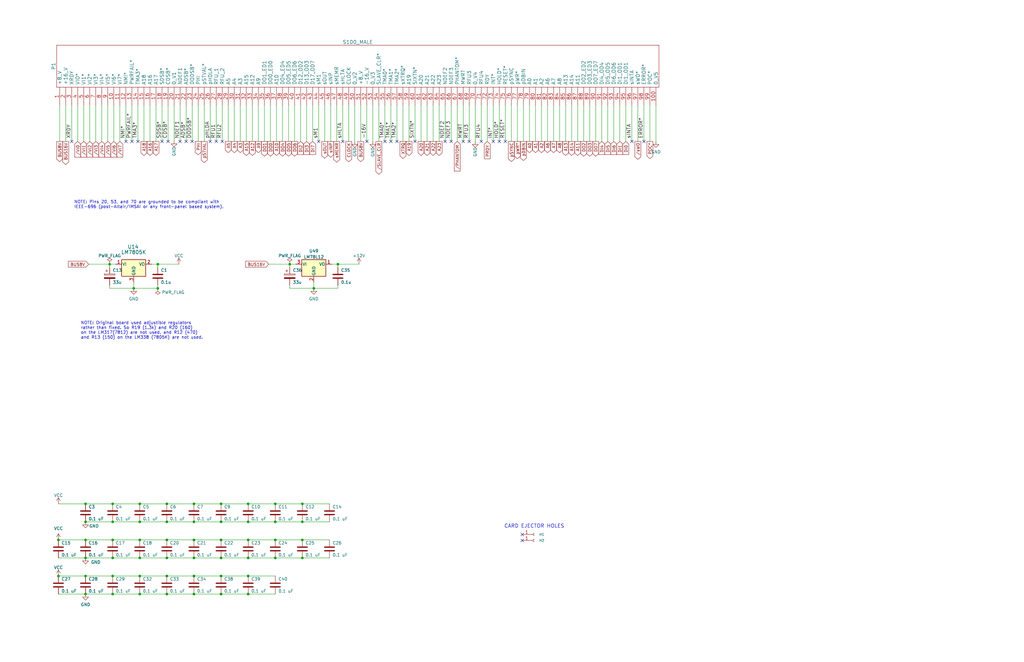
<source format=kicad_sch>
(kicad_sch (version 20211123) (generator eeschema)
  (paper "B")
  (title_block (title "Lomas Color Magic Redux") (date "2025-02-27") (rev "1.1-006") (company "Lomas Data Produtcs") (comment 1 "Redraw/modifications (c) Richard A. Cini"))
  (lib_symbols
    (symbol "Connector:Conn_01x01_Female" (pin_names (offset 1.016) hide)
      (property "Reference" "J" (at 0 2.54 0))
      (property "Value" "Conn_01x01_Female" (at 0 -2.54 0))
      (symbol "Conn_01x01_Female_1_1"
        (polyline (pts (xy -1.27 0) (xy -0.508 0)) (stroke (width 0.1524)))
        (arc (start 0 0.508) (mid -0.508 0) (end 0 -0.508) (stroke (width 0.1524)))
        (pin passive line (at -5.08 0 0) (length 3.81) (name "Pin_1") (number "1"))
      )
    )
    (symbol "Device:C" (pin_numbers hide) (pin_names (offset 0.254))
      (property "Reference" "C" (at 0.635 2.54 0))
      (property "Value" "C" (at 0.635 -2.54 0))
      (symbol "C_0_1"
        (polyline (pts (xy -2.032 -0.762) (xy 2.032 -0.762)) (stroke (width 0.508)))
        (polyline (pts (xy -2.032 0.762) (xy 2.032 0.762)) (stroke (width 0.508)))
      )
      (symbol "C_1_1"
        (pin passive line (at 0 3.81 270) (length 2.794) (name "~") (number "1"))
        (pin passive line (at 0 -3.81 90) (length 2.794) (name "~") (number "2"))
      )
    )
    (symbol "Device:C_Polarized" (pin_numbers hide) (pin_names (offset 0.254))
      (property "Reference" "C" (at 0.635 2.54 0))
      (property "Value" "C_Polarized" (at 0.635 -2.54 0))
      (symbol "C_Polarized_0_1"
        (rectangle (start -2.286 0.508) (end 2.286 1.016))
        (polyline (pts (xy -1.778 2.286) (xy -0.762 2.286)))
        (polyline (pts (xy -1.27 2.794) (xy -1.27 1.778)))
        (rectangle (start 2.286 -0.508) (end -2.286 -1.016) (fill (type outline)))
      )
      (symbol "C_Polarized_1_1"
        (pin passive line (at 0 3.81 270) (length 2.794) (name "~") (number "1"))
        (pin passive line (at 0 -3.81 90) (length 2.794) (name "~") (number "2"))
      )
    )
    (symbol "RAC_Custom:LM7805K" (pin_names (offset 0.254))
      (property "Reference" "U" (at -3.81 3.175 0))
      (property "Value" "LM7805K" (at 0 3.175 0))
      (symbol "LM7805K_0_1"
        (rectangle (start -5.08 1.905) (end 5.08 -5.08) (stroke (width 0.254)) (fill (type background)))
      )
      (symbol "LM7805K_1_1"
        (pin power_in line (at -7.62 0 0) (length 2.54) (name "VI") (number "1"))
        (pin power_out line (at 7.62 0 180) (length 2.54) (name "VO") (number "2"))
        (pin power_in line (at 0 -7.62 90) (length 2.54) (name "GND") (number "3"))
      )
    )
    (symbol "RAC_Custom:S100_MALE" (pin_names (offset 1.016))
      (property "Reference" "P" (at 0 128.27 0))
      (property "Value" "S100_MALE" (at 11.43 0 90))
      (symbol "S100_MALE_0_1"
        (rectangle (start -8.89 127) (end 8.89 -127))
      )
      (symbol "S100_MALE_1_1"
        (pin power_in line (at -16.51 125.73 0) (length 7.62) (name "+8_V") (number "1"))
        (pin bidirectional line (at -16.51 102.87 0) (length 7.62) (name "VI6*") (number "10"))
        (pin power_in line (at -16.51 -125.73 0) (length 7.62) (name "0_V5") (number "100"))
        (pin bidirectional line (at -16.51 100.33 0) (length 7.62) (name "VI7*") (number "11"))
        (pin bidirectional line (at -16.51 97.79 0) (length 7.62) (name "NMI*") (number "12"))
        (pin bidirectional line (at -16.51 95.25 0) (length 7.62) (name "PWRFAIL*") (number "13"))
        (pin bidirectional line (at -16.51 92.71 0) (length 7.62) (name "TMA3*") (number "14"))
        (pin bidirectional line (at -16.51 90.17 0) (length 7.62) (name "A18") (number "15"))
        (pin bidirectional line (at -16.51 87.63 0) (length 7.62) (name "A16") (number "16"))
        (pin bidirectional line (at -16.51 85.09 0) (length 7.62) (name "A17") (number "17"))
        (pin bidirectional line (at -16.51 82.55 0) (length 7.62) (name "SDSB*") (number "18"))
        (pin bidirectional line (at -16.51 80.01 0) (length 7.62) (name "CDSB*") (number "19"))
        (pin power_in line (at -16.51 123.19 0) (length 7.62) (name "+16_V") (number "2"))
        (pin bidirectional line (at -16.51 77.47 0) (length 7.62) (name "0_V1") (number "20"))
        (pin bidirectional line (at -16.51 74.93 0) (length 7.62) (name "NDEF1") (number "21"))
        (pin bidirectional line (at -16.51 72.39 0) (length 7.62) (name "ADSB*") (number "22"))
        (pin bidirectional line (at -16.51 69.85 0) (length 7.62) (name "DODSB*") (number "23"))
        (pin bidirectional line (at -16.51 67.31 0) (length 7.62) (name "PHI") (number "24"))
        (pin bidirectional line (at -16.51 64.77 0) (length 7.62) (name "pSTVAL*") (number "25"))
        (pin bidirectional line (at -16.51 62.23 0) (length 7.62) (name "pHDLA") (number "26"))
        (pin bidirectional line (at -16.51 59.69 0) (length 7.62) (name "RFU_1") (number "27"))
        (pin bidirectional line (at -16.51 57.15 0) (length 7.62) (name "RFU_2") (number "28"))
        (pin bidirectional line (at -16.51 54.61 0) (length 7.62) (name "A5") (number "29"))
        (pin bidirectional line (at -16.51 120.65 0) (length 7.62) (name "XRDY") (number "3"))
        (pin bidirectional line (at -16.51 52.07 0) (length 7.62) (name "A4") (number "30"))
        (pin bidirectional line (at -16.51 49.53 0) (length 7.62) (name "A3") (number "31"))
        (pin bidirectional line (at -16.51 46.99 0) (length 7.62) (name "A15") (number "32"))
        (pin bidirectional line (at -16.51 44.45 0) (length 7.62) (name "A12") (number "33"))
        (pin bidirectional line (at -16.51 41.91 0) (length 7.62) (name "A9") (number "34"))
        (pin bidirectional line (at -16.51 39.37 0) (length 7.62) (name "DO1_ED1") (number "35"))
        (pin bidirectional line (at -16.51 36.83 0) (length 7.62) (name "DO0_ED0") (number "36"))
        (pin bidirectional line (at -16.51 34.29 0) (length 7.62) (name "A10") (number "37"))
        (pin bidirectional line (at -16.51 31.75 0) (length 7.62) (name "DO4_ED4") (number "38"))
        (pin bidirectional line (at -16.51 29.21 0) (length 7.62) (name "DO5_ED5") (number "39"))
        (pin bidirectional line (at -16.51 118.11 0) (length 7.62) (name "VIO*") (number "4"))
        (pin bidirectional line (at -16.51 26.67 0) (length 7.62) (name "DO6_ED6") (number "40"))
        (pin bidirectional line (at -16.51 24.13 0) (length 7.62) (name "D12_OD2") (number "41"))
        (pin bidirectional line (at -16.51 21.59 0) (length 7.62) (name "D13_OD3") (number "42"))
        (pin bidirectional line (at -16.51 19.05 0) (length 7.62) (name "D17_OD7") (number "43"))
        (pin bidirectional line (at -16.51 16.51 0) (length 7.62) (name "sM1") (number "44"))
        (pin bidirectional line (at -16.51 13.97 0) (length 7.62) (name "sOUT") (number "45"))
        (pin bidirectional line (at -16.51 11.43 0) (length 7.62) (name "sINP") (number "46"))
        (pin bidirectional line (at -16.51 8.89 0) (length 7.62) (name "sMEMR") (number "47"))
        (pin bidirectional line (at -16.51 6.35 0) (length 7.62) (name "sHLTA") (number "48"))
        (pin bidirectional line (at -16.51 3.81 0) (length 7.62) (name "CLOCK") (number "49"))
        (pin bidirectional line (at -16.51 115.57 0) (length 7.62) (name "VI1*") (number "5"))
        (pin power_in line (at -16.51 1.27 0) (length 7.62) (name "0_V2") (number "50"))
        (pin power_in line (at -16.51 -1.27 0) (length 7.62) (name "+8_V") (number "51"))
        (pin power_in line (at -16.51 -3.81 0) (length 7.62) (name "-16_V") (number "52"))
        (pin bidirectional line (at -16.51 -6.35 0) (length 7.62) (name "0_V3") (number "53"))
        (pin bidirectional line (at -16.51 -8.89 0) (length 7.62) (name "SLAVE_CLR*") (number "54"))
        (pin bidirectional line (at -16.51 -11.43 0) (length 7.62) (name "TMA0*") (number "55"))
        (pin bidirectional line (at -16.51 -13.97 0) (length 7.62) (name "TMA1*") (number "56"))
        (pin bidirectional line (at -16.51 -16.51 0) (length 7.62) (name "TMA2*") (number "57"))
        (pin bidirectional line (at -16.51 -19.05 0) (length 7.62) (name "sXTRQ*") (number "58"))
        (pin bidirectional line (at -16.51 -21.59 0) (length 7.62) (name "A19") (number "59"))
        (pin bidirectional line (at -16.51 113.03 0) (length 7.62) (name "VI2*") (number "6"))
        (pin bidirectional line (at -16.51 -24.13 0) (length 7.62) (name "SIXTN*") (number "60"))
        (pin bidirectional line (at -16.51 -26.67 0) (length 7.62) (name "A20") (number "61"))
        (pin bidirectional line (at -16.51 -29.21 0) (length 7.62) (name "A21") (number "62"))
        (pin bidirectional line (at -16.51 -31.75 0) (length 7.62) (name "A22") (number "63"))
        (pin bidirectional line (at -16.51 -34.29 0) (length 7.62) (name "A23") (number "64"))
        (pin bidirectional line (at -16.51 -36.83 0) (length 7.62) (name "NDEF2") (number "65"))
        (pin bidirectional line (at -16.51 -39.37 0) (length 7.62) (name "NDEF3") (number "66"))
        (pin bidirectional line (at -16.51 -41.91 0) (length 7.62) (name "PHANTOM*") (number "67"))
        (pin bidirectional line (at -16.51 -44.45 0) (length 7.62) (name "MWRT") (number "68"))
        (pin bidirectional line (at -16.51 -46.99 0) (length 7.62) (name "RFU3") (number "69"))
        (pin bidirectional line (at -16.51 110.49 0) (length 7.62) (name "VI3*") (number "7"))
        (pin bidirectional line (at -16.51 -49.53 0) (length 7.62) (name "0_V4") (number "70"))
        (pin bidirectional line (at -16.51 -52.07 0) (length 7.62) (name "RFU4") (number "71"))
        (pin bidirectional line (at -16.51 -54.61 0) (length 7.62) (name "RDY") (number "72"))
        (pin bidirectional line (at -16.51 -57.15 0) (length 7.62) (name "INT*") (number "73"))
        (pin bidirectional line (at -16.51 -59.69 0) (length 7.62) (name "HOLD*") (number "74"))
        (pin bidirectional line (at -16.51 -62.23 0) (length 7.62) (name "RESET*") (number "75"))
        (pin bidirectional line (at -16.51 -64.77 0) (length 7.62) (name "pSYNC") (number "76"))
        (pin bidirectional line (at -16.51 -67.31 0) (length 7.62) (name "pWR*") (number "77"))
        (pin bidirectional line (at -16.51 -69.85 0) (length 7.62) (name "pDBIN") (number "78"))
        (pin bidirectional line (at -16.51 -72.39 0) (length 7.62) (name "A0") (number "79"))
        (pin bidirectional line (at -16.51 107.95 0) (length 7.62) (name "VI4*") (number "8"))
        (pin bidirectional line (at -16.51 -74.93 0) (length 7.62) (name "A1") (number "80"))
        (pin bidirectional line (at -16.51 -77.47 0) (length 7.62) (name "A2") (number "81"))
        (pin bidirectional line (at -16.51 -80.01 0) (length 7.62) (name "A6") (number "82"))
        (pin bidirectional line (at -16.51 -82.55 0) (length 7.62) (name "A7") (number "83"))
        (pin bidirectional line (at -16.51 -85.09 0) (length 7.62) (name "A8") (number "84"))
        (pin bidirectional line (at -16.51 -87.63 0) (length 7.62) (name "A13") (number "85"))
        (pin bidirectional line (at -16.51 -90.17 0) (length 7.62) (name "A14") (number "86"))
        (pin bidirectional line (at -16.51 -92.71 0) (length 7.62) (name "A11") (number "87"))
        (pin bidirectional line (at -16.51 -95.25 0) (length 7.62) (name "DO2_ED2") (number "88"))
        (pin bidirectional line (at -16.51 -97.79 0) (length 7.62) (name "DO3_ED3") (number "89"))
        (pin bidirectional line (at -16.51 105.41 0) (length 7.62) (name "VI5*") (number "9"))
        (pin bidirectional line (at -16.51 -100.33 0) (length 7.62) (name "DO7_ED7") (number "90"))
        (pin bidirectional line (at -16.51 -102.87 0) (length 7.62) (name "DI4_OD4") (number "91"))
        (pin bidirectional line (at -16.51 -105.41 0) (length 7.62) (name "DI5_OD5") (number "92"))
        (pin bidirectional line (at -16.51 -107.95 0) (length 7.62) (name "DI6_OD6") (number "93"))
        (pin bidirectional line (at -16.51 -110.49 0) (length 7.62) (name "DI1_OD1") (number "94"))
        (pin bidirectional line (at -16.51 -113.03 0) (length 7.62) (name "DI1_OD1") (number "95"))
        (pin bidirectional line (at -16.51 -115.57 0) (length 7.62) (name "sINTA") (number "96"))
        (pin bidirectional line (at -16.51 -118.11 0) (length 7.62) (name "sWO*") (number "97"))
        (pin bidirectional line (at -16.51 -120.65 0) (length 7.62) (name "ERROR*") (number "98"))
        (pin bidirectional line (at -16.51 -123.19 0) (length 7.62) (name "POC*") (number "99"))
      )
    )
    (symbol "Regulator_Linear:LM78L12_TO92" (pin_names (offset 0.254))
      (property "Reference" "U" (at -3.81 3.175 0))
      (property "Value" "LM78L12_TO92" (at 0 3.175 0))
      (symbol "LM78L12_TO92_0_1"
        (rectangle (start -5.08 -5.08) (end 5.08 1.905) (stroke (width 0.254)) (fill (type background)))
      )
      (symbol "LM78L12_TO92_1_1"
        (pin power_out line (at 7.62 0 180) (length 2.54) (name "VO") (number "1"))
        (pin power_in line (at 0 -7.62 90) (length 2.54) (name "GND") (number "2"))
        (pin power_in line (at -7.62 0 0) (length 2.54) (name "VI") (number "3"))
      )
    )
    (symbol "power:+12V" (power) (pin_names (offset 0))
      (property "Value" "+12V" (at 0 3.556 0))
      (symbol "+12V_0_1"
        (polyline (pts (xy -0.762 1.27) (xy 0 2.54)))
        (polyline (pts (xy 0 0) (xy 0 2.54)))
        (polyline (pts (xy 0 2.54) (xy 0.762 1.27)))
      )
      (symbol "+12V_1_1"
        (pin power_in line (at 0 0 90) (length 0) hide (name "+12V") (number "1"))
      )
    )
    (symbol "power:GND" (power) (pin_names (offset 0))
      (property "Value" "GND" (at 0 -3.81 0))
      (symbol "GND_0_1"
        (polyline (pts (xy 0 0) (xy 0 -1.27) (xy 1.27 -1.27) (xy 0 -2.54) (xy -1.27 -1.27) (xy 0 -1.27)))
      )
      (symbol "GND_1_1"
        (pin power_in line (at 0 0 270) (length 0) hide (name "GND") (number "1"))
      )
    )
    (symbol "power:PWR_FLAG" (power) (pin_numbers hide) (pin_names (offset 0) hide)
      (property "Value" "PWR_FLAG" (at 0 3.81 0))
      (symbol "PWR_FLAG_0_0"
        (pin power_out line (at 0 0 90) (length 0) (name "pwr") (number "1"))
      )
      (symbol "PWR_FLAG_0_1"
        (polyline (pts (xy 0 0) (xy 0 1.27) (xy -1.016 1.905) (xy 0 2.54) (xy 1.016 1.905) (xy 0 1.27)))
      )
    )
    (symbol "power:VCC" (power) (pin_names (offset 0))
      (property "Value" "VCC" (at 0 3.81 0))
      (symbol "VCC_0_1"
        (polyline (pts (xy -0.762 1.27) (xy 0 2.54)))
        (polyline (pts (xy 0 0) (xy 0 2.54)))
        (polyline (pts (xy 0 2.54) (xy 0.762 1.27)))
      )
      (symbol "VCC_1_1"
        (pin power_in line (at 0 0 90) (length 0) hide (name "VCC") (number "1"))
      )
    )
  )
  (junction (at 36.068 212.598))
  (junction (at 132.334 121.666))
  (junction (at 47.498 250.698))
  (junction (at 116.078 235.458))
  (junction (at 36.068 227.838))
  (junction (at 127.508 212.598))
  (junction (at 66.548 121.666))
  (junction (at 127.508 220.218))
  (junction (at 36.068 243.078))
  (junction (at 66.548 111.506))
  (junction (at 93.218 227.838))
  (junction (at 127.508 235.458))
  (junction (at 47.498 220.218))
  (junction (at 58.928 243.078))
  (junction (at 104.648 243.078))
  (junction (at 56.388 121.666))
  (junction (at 104.648 250.698))
  (junction (at 47.498 235.458))
  (junction (at 36.068 220.218))
  (junction (at 93.218 220.218))
  (junction (at 70.358 243.078))
  (junction (at 70.358 220.218))
  (junction (at 58.928 235.458))
  (junction (at 116.078 227.838))
  (junction (at 46.228 111.506))
  (junction (at 122.174 111.506))
  (junction (at 70.358 212.598))
  (junction (at 58.928 220.218))
  (junction (at 58.928 212.598))
  (junction (at 93.218 212.598))
  (junction (at 47.498 227.838))
  (junction (at 93.218 235.458))
  (junction (at 142.494 111.506))
  (junction (at 127.508 227.838))
  (junction (at 70.358 227.838))
  (junction (at 24.638 243.078))
  (junction (at 47.498 212.598))
  (junction (at 81.788 212.598))
  (junction (at 81.788 235.458))
  (junction (at 81.788 220.218))
  (junction (at 58.928 227.838))
  (junction (at 116.078 212.598))
  (junction (at 58.928 250.698))
  (junction (at 116.078 220.218))
  (junction (at 81.788 227.838))
  (junction (at 104.648 235.458))
  (junction (at 104.648 227.838))
  (junction (at 81.788 243.078))
  (junction (at 104.648 220.218))
  (junction (at 47.498 243.078))
  (junction (at 104.648 212.598))
  (junction (at 93.218 243.078))
  (junction (at 70.358 235.458))
  (junction (at 36.068 235.458))
  (junction (at 81.788 250.698))
  (junction (at 93.218 250.698))
  (junction (at 36.068 250.698))
  (junction (at 24.638 227.838))
  (junction (at 70.358 250.698))
  (no_connect (at 144.526 59.69))
  (no_connect (at 187.706 59.69))
  (no_connect (at 134.366 59.69))
  (no_connect (at 88.646 59.69))
  (no_connect (at 93.726 59.69))
  (no_connect (at 266.446 59.69))
  (no_connect (at 68.326 59.69))
  (no_connect (at 162.306 59.69))
  (no_connect (at 154.686 59.69))
  (no_connect (at 220.218 225.552))
  (no_connect (at 213.106 59.69))
  (no_connect (at 208.026 59.69))
  (no_connect (at 81.026 59.69))
  (no_connect (at 220.218 228.092))
  (no_connect (at 78.486 59.69))
  (no_connect (at 75.946 59.69))
  (no_connect (at 190.246 59.69))
  (no_connect (at 210.566 59.69))
  (no_connect (at 55.626 59.69))
  (no_connect (at 58.166 59.69))
  (no_connect (at 195.326 59.69))
  (no_connect (at 167.386 59.69))
  (no_connect (at 164.846 59.69))
  (no_connect (at 197.866 59.69))
  (no_connect (at 70.866 59.69))
  (no_connect (at 271.526 59.69))
  (no_connect (at 202.946 59.69))
  (no_connect (at 30.226 59.69))
  (no_connect (at 53.086 59.69))
  (no_connect (at 175.006 59.69))
  (no_connect (at 91.186 59.69))
  (wire (pts (xy 238.506 59.69) (xy 238.506 44.45)))
  (wire (pts (xy 205.486 59.69) (xy 205.486 44.45)))
  (wire (pts (xy 66.548 111.506) (xy 75.438 111.506)))
  (wire (pts (xy 258.826 59.69) (xy 258.826 44.45)))
  (wire (pts (xy 93.218 212.598) (xy 104.648 212.598)))
  (wire (pts (xy 46.228 120.396) (xy 46.228 121.666)))
  (wire (pts (xy 147.066 59.69) (xy 147.066 44.45)))
  (wire (pts (xy 210.566 59.69) (xy 210.566 44.45)))
  (wire (pts (xy 101.346 59.69) (xy 101.346 44.45)))
  (wire (pts (xy 24.638 243.078) (xy 36.068 243.078)))
  (wire (pts (xy 248.666 59.69) (xy 248.666 44.45)))
  (wire (pts (xy 185.166 59.69) (xy 185.166 44.45)))
  (wire (pts (xy 36.068 243.078) (xy 47.498 243.078)))
  (wire (pts (xy 142.494 112.776) (xy 142.494 111.506)))
  (wire (pts (xy 58.928 220.218) (xy 70.358 220.218)))
  (wire (pts (xy 70.358 220.218) (xy 81.788 220.218)))
  (wire (pts (xy 116.078 227.838) (xy 127.508 227.838)))
  (wire (pts (xy 251.206 59.69) (xy 251.206 44.45)))
  (wire (pts (xy 36.068 220.218) (xy 47.498 220.218)))
  (wire (pts (xy 93.726 59.69) (xy 93.726 44.45)))
  (wire (pts (xy 48.006 59.69) (xy 48.006 44.45)))
  (wire (pts (xy 116.586 59.69) (xy 116.586 44.45)))
  (wire (pts (xy 70.358 235.458) (xy 81.788 235.458)))
  (wire (pts (xy 268.986 59.69) (xy 268.986 44.45)))
  (wire (pts (xy 93.218 235.458) (xy 104.648 235.458)))
  (wire (pts (xy 36.068 235.458) (xy 47.498 235.458)))
  (wire (pts (xy 253.746 59.69) (xy 253.746 44.45)))
  (wire (pts (xy 91.186 59.69) (xy 91.186 44.45)))
  (wire (pts (xy 93.218 243.078) (xy 104.648 243.078)))
  (wire (pts (xy 274.066 59.69) (xy 274.066 44.45)))
  (wire (pts (xy 116.078 235.458) (xy 127.508 235.458)))
  (wire (pts (xy 58.928 243.078) (xy 70.358 243.078)))
  (wire (pts (xy 68.326 59.69) (xy 68.326 44.45)))
  (wire (pts (xy 235.966 59.69) (xy 235.966 44.45)))
  (wire (pts (xy 81.788 243.078) (xy 93.218 243.078)))
  (wire (pts (xy 192.786 59.69) (xy 192.786 44.45)))
  (wire (pts (xy 141.986 59.69) (xy 141.986 44.45)))
  (wire (pts (xy 276.606 44.45) (xy 276.606 59.69)))
  (wire (pts (xy 261.366 59.69) (xy 261.366 44.45)))
  (wire (pts (xy 127.508 220.218) (xy 138.938 220.218)))
  (wire (pts (xy 228.346 59.69) (xy 228.346 44.45)))
  (wire (pts (xy 126.746 59.69) (xy 126.746 44.45)))
  (wire (pts (xy 144.526 59.69) (xy 144.526 44.45)))
  (wire (pts (xy 218.186 59.69) (xy 218.186 44.45)))
  (wire (pts (xy 47.498 250.698) (xy 58.928 250.698)))
  (wire (pts (xy 129.286 59.69) (xy 129.286 44.45)))
  (wire (pts (xy 81.026 59.69) (xy 81.026 44.45)))
  (wire (pts (xy 104.648 212.598) (xy 116.078 212.598)))
  (wire (pts (xy 157.226 44.45) (xy 157.226 59.69)))
  (wire (pts (xy 119.126 59.69) (xy 119.126 44.45)))
  (wire (pts (xy 215.646 59.69) (xy 215.646 44.45)))
  (wire (pts (xy 104.648 235.458) (xy 116.078 235.458)))
  (wire (pts (xy 70.358 212.598) (xy 81.788 212.598)))
  (wire (pts (xy 83.566 59.69) (xy 83.566 44.45)))
  (wire (pts (xy 241.046 59.69) (xy 241.046 44.45)))
  (wire (pts (xy 127.508 235.458) (xy 138.938 235.458)))
  (wire (pts (xy 175.006 59.69) (xy 175.006 44.45)))
  (wire (pts (xy 159.766 59.69) (xy 159.766 44.45)))
  (wire (pts (xy 58.928 250.698) (xy 70.358 250.698)))
  (wire (pts (xy 271.526 59.69) (xy 271.526 44.45)))
  (wire (pts (xy 169.926 59.69) (xy 169.926 44.45)))
  (wire (pts (xy 70.358 243.078) (xy 81.788 243.078)))
  (wire (pts (xy 111.506 59.69) (xy 111.506 44.45)))
  (wire (pts (xy 37.338 111.506) (xy 46.228 111.506)))
  (wire (pts (xy 36.068 212.598) (xy 47.498 212.598)))
  (wire (pts (xy 167.386 59.69) (xy 167.386 44.45)))
  (wire (pts (xy 124.206 59.69) (xy 124.206 44.45)))
  (wire (pts (xy 246.126 59.69) (xy 246.126 44.45)))
  (wire (pts (xy 113.284 111.506) (xy 122.174 111.506)))
  (wire (pts (xy 86.106 59.69) (xy 86.106 44.45)))
  (wire (pts (xy 47.498 220.218) (xy 58.928 220.218)))
  (wire (pts (xy 139.446 59.69) (xy 139.446 44.45)))
  (wire (pts (xy 104.648 250.698) (xy 116.078 250.698)))
  (wire (pts (xy 36.068 227.838) (xy 47.498 227.838)))
  (wire (pts (xy 134.366 59.69) (xy 134.366 44.45)))
  (wire (pts (xy 195.326 59.69) (xy 195.326 44.45)))
  (wire (pts (xy 36.068 250.698) (xy 47.498 250.698)))
  (wire (pts (xy 114.046 59.69) (xy 114.046 44.45)))
  (wire (pts (xy 66.548 120.396) (xy 66.548 121.666)))
  (wire (pts (xy 81.788 220.218) (xy 93.218 220.218)))
  (wire (pts (xy 180.086 59.69) (xy 180.086 44.45)))
  (wire (pts (xy 81.788 227.838) (xy 93.218 227.838)))
  (wire (pts (xy 56.388 119.126) (xy 56.388 121.666)))
  (wire (pts (xy 93.218 220.218) (xy 104.648 220.218)))
  (wire (pts (xy 46.228 121.666) (xy 56.388 121.666)))
  (wire (pts (xy 56.388 121.666) (xy 66.548 121.666)))
  (wire (pts (xy 60.706 59.69) (xy 60.706 44.45)))
  (wire (pts (xy 42.926 59.69) (xy 42.926 44.45)))
  (wire (pts (xy 63.246 59.69) (xy 63.246 44.45)))
  (wire (pts (xy 104.648 227.838) (xy 116.078 227.838)))
  (wire (pts (xy 142.494 111.506) (xy 151.384 111.506)))
  (wire (pts (xy 132.334 121.666) (xy 142.494 121.666)))
  (wire (pts (xy 75.946 59.69) (xy 75.946 44.45)))
  (wire (pts (xy 104.648 243.078) (xy 116.078 243.078)))
  (wire (pts (xy 30.226 59.69) (xy 30.226 44.45)))
  (wire (pts (xy 35.306 59.69) (xy 35.306 44.45)))
  (wire (pts (xy 93.218 227.838) (xy 104.648 227.838)))
  (wire (pts (xy 139.954 111.506) (xy 142.494 111.506)))
  (wire (pts (xy 81.788 212.598) (xy 93.218 212.598)))
  (wire (pts (xy 116.078 220.218) (xy 127.508 220.218)))
  (wire (pts (xy 78.486 59.69) (xy 78.486 44.45)))
  (wire (pts (xy 225.806 59.69) (xy 225.806 44.45)))
  (wire (pts (xy 25.146 59.69) (xy 25.146 44.45)))
  (wire (pts (xy 233.426 59.69) (xy 233.426 44.45)))
  (wire (pts (xy 190.246 59.69) (xy 190.246 44.45)))
  (wire (pts (xy 96.266 59.69) (xy 96.266 44.45)))
  (wire (pts (xy 200.406 44.45) (xy 200.406 59.69)))
  (wire (pts (xy 47.498 227.838) (xy 58.928 227.838)))
  (wire (pts (xy 24.638 235.458) (xy 36.068 235.458)))
  (wire (pts (xy 37.846 59.69) (xy 37.846 44.45)))
  (wire (pts (xy 122.174 112.776) (xy 122.174 111.506)))
  (wire (pts (xy 127.508 212.598) (xy 138.938 212.598)))
  (wire (pts (xy 55.626 59.69) (xy 55.626 44.45)))
  (wire (pts (xy 164.846 59.69) (xy 164.846 44.45)))
  (wire (pts (xy 98.806 59.69) (xy 98.806 44.45)))
  (wire (pts (xy 53.086 59.69) (xy 53.086 44.45)))
  (wire (pts (xy 136.906 59.69) (xy 136.906 44.45)))
  (wire (pts (xy 24.638 227.838) (xy 36.068 227.838)))
  (wire (pts (xy 47.498 212.598) (xy 58.928 212.598)))
  (wire (pts (xy 149.606 59.69) (xy 149.606 44.45)))
  (wire (pts (xy 131.826 59.69) (xy 131.826 44.45)))
  (wire (pts (xy 223.266 59.69) (xy 223.266 44.45)))
  (wire (pts (xy 220.726 59.69) (xy 220.726 44.45)))
  (wire (pts (xy 88.646 59.69) (xy 88.646 44.45)))
  (wire (pts (xy 58.928 212.598) (xy 70.358 212.598)))
  (wire (pts (xy 65.786 59.69) (xy 65.786 44.45)))
  (wire (pts (xy 104.648 220.218) (xy 116.078 220.218)))
  (wire (pts (xy 70.358 250.698) (xy 81.788 250.698)))
  (wire (pts (xy 132.334 121.666) (xy 132.334 119.126)))
  (wire (pts (xy 182.626 59.69) (xy 182.626 44.45)))
  (wire (pts (xy 187.706 59.69) (xy 187.706 44.45)))
  (wire (pts (xy 70.866 59.69) (xy 70.866 44.45)))
  (wire (pts (xy 122.174 121.666) (xy 132.334 121.666)))
  (wire (pts (xy 263.906 59.69) (xy 263.906 44.45)))
  (wire (pts (xy 213.106 59.69) (xy 213.106 44.45)))
  (wire (pts (xy 40.386 59.69) (xy 40.386 44.45)))
  (wire (pts (xy 50.546 59.69) (xy 50.546 44.45)))
  (wire (pts (xy 24.638 250.698) (xy 36.068 250.698)))
  (wire (pts (xy 103.886 59.69) (xy 103.886 44.45)))
  (wire (pts (xy 122.174 120.396) (xy 122.174 121.666)))
  (wire (pts (xy 142.494 120.396) (xy 142.494 121.666)))
  (wire (pts (xy 256.286 59.69) (xy 256.286 44.45)))
  (wire (pts (xy 127.508 227.838) (xy 138.938 227.838)))
  (wire (pts (xy 24.638 212.598) (xy 36.068 212.598)))
  (wire (pts (xy 202.946 59.69) (xy 202.946 44.45)))
  (wire (pts (xy 32.766 59.69) (xy 32.766 44.45)))
  (wire (pts (xy 46.228 111.506) (xy 48.768 111.506)))
  (wire (pts (xy 45.466 59.69) (xy 45.466 44.45)))
  (wire (pts (xy 27.686 59.69) (xy 27.686 44.45)))
  (wire (pts (xy 73.406 44.45) (xy 73.406 59.436)))
  (wire (pts (xy 197.866 59.69) (xy 197.866 44.45)))
  (wire (pts (xy 58.928 235.458) (xy 70.358 235.458)))
  (wire (pts (xy 70.358 227.838) (xy 81.788 227.838)))
  (wire (pts (xy 46.228 111.506) (xy 46.228 112.776)))
  (wire (pts (xy 58.166 59.69) (xy 58.166 44.45)))
  (wire (pts (xy 152.146 59.69) (xy 152.146 44.45)))
  (wire (pts (xy 172.466 59.69) (xy 172.466 44.45)))
  (wire (pts (xy 243.586 59.69) (xy 243.586 44.45)))
  (wire (pts (xy 106.426 59.69) (xy 106.426 44.45)))
  (wire (pts (xy 66.548 111.506) (xy 66.548 112.776)))
  (wire (pts (xy 64.008 111.506) (xy 66.548 111.506)))
  (wire (pts (xy 47.498 243.078) (xy 58.928 243.078)))
  (wire (pts (xy 266.446 59.69) (xy 266.446 44.45)))
  (wire (pts (xy 122.174 111.506) (xy 124.714 111.506)))
  (wire (pts (xy 162.306 59.69) (xy 162.306 44.45)))
  (wire (pts (xy 116.078 212.598) (xy 127.508 212.598)))
  (wire (pts (xy 108.966 59.69) (xy 108.966 44.45)))
  (wire (pts (xy 121.666 59.69) (xy 121.666 44.45)))
  (wire (pts (xy 81.788 250.698) (xy 93.218 250.698)))
  (wire (pts (xy 177.546 59.69) (xy 177.546 44.45)))
  (wire (pts (xy 47.498 235.458) (xy 58.928 235.458)))
  (wire (pts (xy 230.886 59.69) (xy 230.886 44.45)))
  (wire (pts (xy 154.686 44.45) (xy 154.686 59.69)))
  (wire (pts (xy 58.928 227.838) (xy 70.358 227.838)))
  (wire (pts (xy 208.026 59.69) (xy 208.026 44.45)))
  (wire (pts (xy 93.218 250.698) (xy 104.648 250.698)))
  (wire (pts (xy 81.788 235.458) (xy 93.218 235.458)))
  (text "CARD EJECTOR HOLES" (at 212.598 223.012 0) (effects (font (size 1.524 1.524)) (justify left bottom)))
  (text "NOTE: Original board used adjustible regulators\nrather than fixed. So R19 (1.3k) and R20 (160) \non the LM317(7812) are not used, and R12 (470)\nand R13 (150) on the LM338 (7805K) are not used.\n" (at 34.036 143.256 0) (effects (font (size 1.27 1.27)) (justify left bottom)))
  (text "NOTE: Pins 20, 53, and 70 are grounded to be compliant with\nIEEE-696 (post-Altair/IMSAI or any front-panel based system)." (at 31.242 88.138 0) (effects (font (size 1.27 1.27)) (justify left bottom)))
  (label "RFU2" (at 93.726 58.42 90) (effects (font (size 1.524 1.524))))
  (label "NMI*" (at 53.086 58.42 90) (effects (font (size 1.524 1.524))))
  (label "SDSB*" (at 68.326 58.42 90) (effects (font (size 1.524 1.524))))
  (label "NDEF2" (at 187.706 58.42 90) (effects (font (size 1.524 1.524))))
  (label "sM1" (at 134.366 58.42 90) (effects (font (size 1.524 1.524))))
  (label "CDSB*" (at 70.866 58.42 90) (effects (font (size 1.524 1.524))))
  (label "MWRT" (at 195.326 58.42 90) (effects (font (size 1.524 1.524))))
  (label "XRDY" (at 30.226 58.42 90) (effects (font (size 1.524 1.524))))
  (label "RFU3" (at 197.866 58.42 90) (effects (font (size 1.524 1.524))))
  (label "TMA2*" (at 167.386 58.42 90) (effects (font (size 1.524 1.524))))
  (label "INT*" (at 208.026 58.42 90) (effects (font (size 1.524 1.524))))
  (label "TMA3*" (at 58.166 58.42 90) (effects (font (size 1.524 1.524))))
  (label "RFU4" (at 202.946 58.42 90) (effects (font (size 1.524 1.524))))
  (label "pHLDA" (at 88.646 58.42 90) (effects (font (size 1.524 1.524))))
  (label "ERROR*" (at 271.526 58.42 90) (effects (font (size 1.524 1.524))))
  (label "NDEF3" (at 190.246 58.42 90) (effects (font (size 1.524 1.524))))
  (label "DODSB*" (at 81.026 58.42 90) (effects (font (size 1.524 1.524))))
  (label "TMA0*" (at 162.306 58.42 90) (effects (font (size 1.524 1.524))))
  (label "RFU1" (at 91.186 58.42 90) (effects (font (size 1.524 1.524))))
  (label "SIXTN*" (at 175.006 58.42 90) (effects (font (size 1.524 1.524))))
  (label "NDEF1" (at 75.946 58.42 90) (effects (font (size 1.524 1.524))))
  (label "sINTA" (at 266.446 58.42 90) (effects (font (size 1.524 1.524))))
  (label "HOLD*" (at 210.566 58.42 90) (effects (font (size 1.524 1.524))))
  (label "RESET*" (at 213.106 58.42 90) (effects (font (size 1.524 1.524))))
  (label "TMA1*" (at 164.846 58.42 90) (effects (font (size 1.524 1.524))))
  (label "ADSB*" (at 78.486 58.42 90) (effects (font (size 1.524 1.524))))
  (label "PWRFAIL*" (at 55.626 58.42 90) (effects (font (size 1.524 1.524))))
  (label "sHLTA" (at 144.526 58.42 90) (effects (font (size 1.524 1.524))))
  (label "-16V" (at 154.686 58.42 90) (effects (font (size 1.524 1.524))))
  (global_label "sOUT" (shape output) (at 136.906 59.69 270) (property "Intersheet References" "${INTERSHEET_REFS}" (effects hide)))
  (global_label "DO7" (shape output) (at 251.206 59.69 270) (property "Intersheet References" "${INTERSHEET_REFS}" (effects hide)))
  (global_label "A1" (shape output) (at 225.806 59.69 270) (property "Intersheet References" "${INTERSHEET_REFS}" (effects hide)))
  (global_label "BUS8V" (shape output) (at 25.146 59.69 270) (property "Intersheet References" "${INTERSHEET_REFS}" (effects hide)))
  (global_label "DO1" (shape output) (at 111.506 59.69 270) (property "Intersheet References" "${INTERSHEET_REFS}" (effects hide)))
  (global_label "A2" (shape output) (at 228.346 59.69 270) (property "Intersheet References" "${INTERSHEET_REFS}" (effects hide)))
  (global_label "DI7" (shape input) (at 131.826 59.69 270) (property "Intersheet References" "${INTERSHEET_REFS}" (effects hide)))
  (global_label "A23" (shape output) (at 185.166 59.69 270) (property "Intersheet References" "${INTERSHEET_REFS}" (effects hide)))
  (global_label "DI3" (shape input) (at 129.286 59.69 270) (property "Intersheet References" "${INTERSHEET_REFS}" (effects hide)))
  (global_label "{slash}SLAVE_CLR" (shape output) (at 159.766 59.69 270) (property "Intersheet References" "${INTERSHEET_REFS}" (effects hide)))
  (global_label "XTRQ" (shape output) (at 169.926 59.69 270) (property "Intersheet References" "${INTERSHEET_REFS}" (effects hide)))
  (global_label "DO4" (shape output) (at 119.126 59.69 270) (property "Intersheet References" "${INTERSHEET_REFS}" (effects hide)))
  (global_label "sINP" (shape output) (at 139.446 59.69 270) (property "Intersheet References" "${INTERSHEET_REFS}" (effects hide)))
  (global_label "A9" (shape output) (at 108.966 59.69 270) (property "Intersheet References" "${INTERSHEET_REFS}" (effects hide)))
  (global_label "A13" (shape output) (at 238.506 59.69 270) (property "Intersheet References" "${INTERSHEET_REFS}" (effects hide)))
  (global_label "pSTVAL" (shape output) (at 86.106 59.69 270) (property "Intersheet References" "${INTERSHEET_REFS}" (effects hide)))
  (global_label "DI4" (shape input) (at 253.746 59.69 270) (property "Intersheet References" "${INTERSHEET_REFS}" (effects hide)))
  (global_label "DO2" (shape output) (at 246.126 59.69 270) (property "Intersheet References" "${INTERSHEET_REFS}" (effects hide)))
  (global_label "A19" (shape output) (at 172.466 59.69 270) (property "Intersheet References" "${INTERSHEET_REFS}" (effects hide)))
  (global_label "A20" (shape output) (at 177.546 59.69 270) (property "Intersheet References" "${INTERSHEET_REFS}" (effects hide)))
  (global_label "A7" (shape output) (at 233.426 59.69 270) (property "Intersheet References" "${INTERSHEET_REFS}" (effects hide)))
  (global_label "DO5" (shape output) (at 121.666 59.69 270) (property "Intersheet References" "${INTERSHEET_REFS}" (effects hide)))
  (global_label "BUS8V" (shape input) (at 37.338 111.506 180) (property "Intersheet References" "${INTERSHEET_REFS}" (effects hide)))
  (global_label "{slash}VI7" (shape input) (at 50.546 59.69 270) (property "Intersheet References" "${INTERSHEET_REFS}" (effects hide)))
  (global_label "A12" (shape output) (at 106.426 59.69 270) (property "Intersheet References" "${INTERSHEET_REFS}" (effects hide)))
  (global_label "PRDY" (shape input) (at 205.486 59.69 270) (property "Intersheet References" "${INTERSHEET_REFS}" (effects hide)))
  (global_label "A3" (shape output) (at 101.346 59.69 270) (property "Intersheet References" "${INTERSHEET_REFS}" (effects hide)))
  (global_label "{slash}VI6" (shape input) (at 48.006 59.69 270) (property "Intersheet References" "${INTERSHEET_REFS}" (effects hide)))
  (global_label "CLOCK" (shape output) (at 147.066 59.69 270) (property "Intersheet References" "${INTERSHEET_REFS}" (effects hide)))
  (global_label "A11" (shape output) (at 243.586 59.69 270) (property "Intersheet References" "${INTERSHEET_REFS}" (effects hide)))
  (global_label "POC*" (shape output) (at 274.066 59.69 270) (property "Intersheet References" "${INTERSHEET_REFS}" (effects hide)))
  (global_label "A14" (shape output) (at 241.046 59.69 270) (property "Intersheet References" "${INTERSHEET_REFS}" (effects hide)))
  (global_label "BUS8V" (shape output) (at 152.146 59.69 270) (property "Intersheet References" "${INTERSHEET_REFS}" (effects hide)))
  (global_label "pDBIN" (shape output) (at 220.726 59.69 270) (property "Intersheet References" "${INTERSHEET_REFS}" (effects hide)))
  (global_label "A5" (shape output) (at 96.266 59.69 270) (property "Intersheet References" "${INTERSHEET_REFS}" (effects hide)))
  (global_label "A15" (shape output) (at 103.886 59.69 270) (property "Intersheet References" "${INTERSHEET_REFS}" (effects hide)))
  (global_label "{slash}VI1" (shape input) (at 35.306 59.69 270) (property "Intersheet References" "${INTERSHEET_REFS}" (effects hide)))
  (global_label "{slash}VI3" (shape input) (at 40.386 59.69 270) (property "Intersheet References" "${INTERSHEET_REFS}" (effects hide)))
  (global_label "{slash}VI2" (shape input) (at 37.846 59.69 270) (property "Intersheet References" "${INTERSHEET_REFS}" (effects hide)))
  (global_label "DI0" (shape input) (at 263.906 59.69 270) (property "Intersheet References" "${INTERSHEET_REFS}" (effects hide)))
  (global_label "DO3" (shape output) (at 248.666 59.69 270) (property "Intersheet References" "${INTERSHEET_REFS}" (effects hide)))
  (global_label "A0" (shape output) (at 223.266 59.69 270) (property "Intersheet References" "${INTERSHEET_REFS}" (effects hide)))
  (global_label "A8" (shape output) (at 235.966 59.69 270) (property "Intersheet References" "${INTERSHEET_REFS}" (effects hide)))
  (global_label "A6" (shape output) (at 230.886 59.69 270) (property "Intersheet References" "${INTERSHEET_REFS}" (effects hide)))
  (global_label "DI5" (shape input) (at 256.286 59.69 270) (property "Intersheet References" "${INTERSHEET_REFS}" (effects hide)))
  (global_label "pWR*" (shape output) (at 218.186 59.69 270) (property "Intersheet References" "${INTERSHEET_REFS}" (effects hide)))
  (global_label "DI1" (shape input) (at 261.366 59.69 270) (property "Intersheet References" "${INTERSHEET_REFS}" (effects hide)))
  (global_label "{slash}VI4" (shape input) (at 42.926 59.69 270) (property "Intersheet References" "${INTERSHEET_REFS}" (effects hide)))
  (global_label "A16" (shape output) (at 63.246 59.69 270) (property "Intersheet References" "${INTERSHEET_REFS}" (effects hide)))
  (global_label "A22" (shape output) (at 182.626 59.69 270) (property "Intersheet References" "${INTERSHEET_REFS}" (effects hide)))
  (global_label "A21" (shape output) (at 180.086 59.69 270) (property "Intersheet References" "${INTERSHEET_REFS}" (effects hide)))
  (global_label "A10" (shape output) (at 116.586 59.69 270) (property "Intersheet References" "${INTERSHEET_REFS}" (effects hide)))
  (global_label "BUS16V" (shape output) (at 27.686 59.69 270) (property "Intersheet References" "${INTERSHEET_REFS}" (effects hide)))
  (global_label "A18" (shape output) (at 60.706 59.69 270) (property "Intersheet References" "${INTERSHEET_REFS}" (effects hide)))
  (global_label "A17" (shape output) (at 65.786 59.69 270) (property "Intersheet References" "${INTERSHEET_REFS}" (effects hide)))
  (global_label "A4" (shape output) (at 98.806 59.69 270) (property "Intersheet References" "${INTERSHEET_REFS}" (effects hide)))
  (global_label "DI6" (shape input) (at 258.826 59.69 270) (property "Intersheet References" "${INTERSHEET_REFS}" (effects hide)))
  (global_label "pSYNC" (shape output) (at 215.646 59.69 270) (property "Intersheet References" "${INTERSHEET_REFS}" (effects hide)))
  (global_label "sMEMR" (shape output) (at 141.986 59.69 270) (property "Intersheet References" "${INTERSHEET_REFS}" (effects hide)))
  (global_label "DO6" (shape output) (at 124.206 59.69 270) (property "Intersheet References" "${INTERSHEET_REFS}" (effects hide)))
  (global_label "PHI" (shape output) (at 83.566 59.69 270) (property "Intersheet References" "${INTERSHEET_REFS}" (effects hide)))
  (global_label "{slash}sWO" (shape output) (at 268.986 59.69 270) (property "Intersheet References" "${INTERSHEET_REFS}" (effects hide)))
  (global_label "DI2" (shape input) (at 126.746 59.69 270) (property "Intersheet References" "${INTERSHEET_REFS}" (effects hide)))
  (global_label "{slash}PHANTOM" (shape input) (at 192.786 59.69 270) (property "Intersheet References" "${INTERSHEET_REFS}" (effects hide)))
  (global_label "{slash}VI5" (shape input) (at 45.466 59.69 270) (property "Intersheet References" "${INTERSHEET_REFS}" (effects hide)))
  (global_label "{slash}VI0" (shape input) (at 32.766 59.69 270) (property "Intersheet References" "${INTERSHEET_REFS}" (effects hide)))
  (global_label "BUS16V" (shape input) (at 113.284 111.506 180) (property "Intersheet References" "${INTERSHEET_REFS}" (effects hide)))
  (global_label "DO0" (shape output) (at 114.046 59.69 270) (property "Intersheet References" "${INTERSHEET_REFS}" (effects hide)))
  (symbol (lib_id "RAC_Custom:LM7805K") (at 56.388 111.506 0) (unit 1)
    (property "Reference" "U14" (at 56.134 104.14 0) (effects (font (size 1.524 1.524))))
    (property "Value" "LM7805K" (at 56.388 106.426 0) (effects (font (size 1.524 1.524))))
    (property "Footprint" "Package_TO_SOT_THT:TO-3" (effects hide))
    (property "Datasheet" "https://www.onsemi.cn/PowerSolutions/document/MC7800-D.PDF" (effects hide))
  )
  (symbol (lib_id "Device:C") (at 36.068 246.888 0) (unit 1)
    (property "Reference" "C28" (at 37.338 244.348 0) (effects (justify left)))
    (property "Value" "0.1 uF" (at 37.338 249.428 0) (effects (justify left)))
    (property "Footprint" "Capacitor_THT:C_Disc_D4.3mm_W1.9mm_P5.00mm" (effects hide))
  )
  (symbol (lib_id "Device:C") (at 116.078 231.648 0) (unit 1)
    (property "Reference" "C24" (at 117.348 229.108 0) (effects (justify left)))
    (property "Value" "0.1 uF" (at 117.348 234.188 0) (effects (justify left)))
    (property "Footprint" "Capacitor_THT:C_Disc_D4.3mm_W1.9mm_P5.00mm" (effects hide))
  )
  (symbol (lib_id "Device:C") (at 58.928 216.408 0) (unit 1)
    (property "Reference" "C5" (at 60.198 213.868 0) (effects (justify left)))
    (property "Value" "0.1 uF" (at 60.198 218.948 0) (effects (justify left)))
    (property "Footprint" "Capacitor_THT:C_Disc_D4.3mm_W1.9mm_P5.00mm" (effects hide))
  )
  (symbol (lib_id "Device:C") (at 93.218 246.888 0) (unit 1)
    (property "Reference" "C38" (at 94.488 244.348 0) (effects (justify left)))
    (property "Value" "0.1 uF" (at 94.488 249.428 0) (effects (justify left)))
    (property "Footprint" "Capacitor_THT:C_Disc_D4.3mm_W1.9mm_P5.00mm" (effects hide))
  )
  (symbol (lib_id "Device:C") (at 138.938 231.648 0) (unit 1)
    (property "Reference" "C26" (at 140.208 229.108 0) (effects (justify left)))
    (property "Value" "0.1 uF" (at 140.208 234.188 0) (effects (justify left)))
    (property "Footprint" "Capacitor_THT:C_Disc_D4.3mm_W1.9mm_P5.00mm" (effects hide))
  )
  (symbol (lib_id "Device:C") (at 58.928 246.888 0) (unit 1)
    (property "Reference" "C32" (at 60.198 244.348 0) (effects (justify left)))
    (property "Value" "0.1 uF" (at 60.198 249.428 0) (effects (justify left)))
    (property "Footprint" "Capacitor_THT:C_Disc_D4.3mm_W1.9mm_P5.00mm" (effects hide))
  )
  (symbol (lib_id "power:GND") (at 149.606 59.69 0) (unit 1)
    (property "Reference" "#PWR0210" (effects hide))
    (property "Value" "GND" (at 149.606 64.1334 90))
  )
  (symbol (lib_id "Connector:Conn_01x01_Female") (at 225.298 228.092 0) (unit 1)
    (property "Reference" "H2" (at 227.33 228.092 0) (effects (font (size 1.016 1.016)) (justify left)))
    (property "Value" "CONN_1" (effects hide))
    (property "Footprint" "MountingHole:MountingHole_3mm_Pad" (effects hide))
  )
  (symbol (lib_id "RAC_Custom:S100_MALE") (at 150.876 27.94 90) (unit 1)
    (property "Reference" "P1" (at 22.606 27.94 0) (effects (font (size 1.524 1.524))))
    (property "Value" "S100_MALE" (at 150.876 17.78 90) (effects (font (size 1.524 1.524))))
    (property "Footprint" "RAC_Custom:S100_MALE" (effects hide))
  )
  (symbol (lib_id "power:GND") (at 36.068 220.218 0) (unit 1)
    (property "Reference" "#PWR0211" (effects hide))
    (property "Value" "GND" (at 39.624 221.996 0))
  )
  (symbol (lib_id "power:GND") (at 132.334 121.666 0) (unit 1)
    (property "Reference" "#PWR0205" (effects hide))
    (property "Value" "GND" (at 132.334 126.1094 0))
  )
  (symbol (lib_id "Device:C") (at 24.638 246.888 0) (unit 1)
    (property "Reference" "C27" (at 25.908 244.348 0) (effects (justify left)))
    (property "Value" "0.1 uF" (at 25.908 249.428 0) (effects (justify left)))
    (property "Footprint" "Capacitor_THT:C_Disc_D4.3mm_W1.9mm_P5.00mm" (effects hide))
  )
  (symbol (lib_id "Device:C") (at 104.648 216.408 0) (unit 1)
    (property "Reference" "C10" (at 105.918 213.868 0) (effects (justify left)))
    (property "Value" "0.1 uF" (at 105.918 218.948 0) (effects (justify left)))
    (property "Footprint" "Capacitor_THT:C_Disc_D4.3mm_W1.9mm_P5.00mm" (effects hide))
  )
  (symbol (lib_id "Device:C") (at 116.078 216.408 0) (unit 1)
    (property "Reference" "C11" (at 117.348 213.868 0) (effects (justify left)))
    (property "Value" "0.1 uF" (at 117.348 218.948 0) (effects (justify left)))
    (property "Footprint" "Capacitor_THT:C_Disc_D4.3mm_W1.9mm_P5.00mm" (effects hide))
  )
  (symbol (lib_id "power:GND") (at 36.068 250.698 0) (unit 1)
    (property "Reference" "#PWR0213" (effects hide))
    (property "Value" "GND" (at 36.068 255.1414 0))
  )
  (symbol (lib_id "power:PWR_FLAG") (at 66.548 121.666 180) (unit 1)
    (property "Reference" "#FLG0101" (effects hide))
    (property "Value" "PWR_FLAG" (at 68.199 123.3698 0) (effects (justify right)))
  )
  (symbol (lib_id "power:GND") (at 36.068 235.458 0) (unit 1)
    (property "Reference" "#PWR0212" (effects hide))
    (property "Value" "GND" (at 40.386 237.236 0))
  )
  (symbol (lib_id "Device:C") (at 93.218 231.648 0) (unit 1)
    (property "Reference" "C22" (at 94.488 229.108 0) (effects (justify left)))
    (property "Value" "0.1 uF" (at 94.488 234.188 0) (effects (justify left)))
    (property "Footprint" "Capacitor_THT:C_Disc_D4.3mm_W1.9mm_P5.00mm" (effects hide))
  )
  (symbol (lib_id "Device:C") (at 36.068 216.408 0) (unit 1)
    (property "Reference" "C3" (at 37.338 213.868 0) (effects (justify left)))
    (property "Value" "0.1 uF" (at 37.338 218.948 0) (effects (justify left)))
    (property "Footprint" "Capacitor_THT:C_Disc_D4.3mm_W1.9mm_P5.00mm" (effects hide))
  )
  (symbol (lib_id "Device:C") (at 24.638 231.648 0) (unit 1)
    (property "Reference" "C15" (at 25.908 229.108 0) (effects (justify left)))
    (property "Value" "0.1 uF" (at 25.908 234.188 0) (effects (justify left)))
    (property "Footprint" "Capacitor_THT:C_Disc_D4.3mm_W1.9mm_P5.00mm" (effects hide))
  )
  (symbol (lib_id "Device:C") (at 47.498 246.888 0) (unit 1)
    (property "Reference" "C29" (at 48.768 244.348 0) (effects (justify left)))
    (property "Value" "0.1 uF" (at 48.768 249.428 0) (effects (justify left)))
    (property "Footprint" "Capacitor_THT:C_Disc_D4.3mm_W1.9mm_P5.00mm" (effects hide))
  )
  (symbol (lib_id "power:VCC") (at 24.638 212.598 0) (unit 1)
    (property "Reference" "#PWR0207" (effects hide))
    (property "Value" "VCC" (at 24.638 209.0222 0))
  )
  (symbol (lib_id "Device:C") (at 66.548 116.586 0) (unit 1)
    (property "Reference" "C1" (at 67.818 114.046 0) (effects (justify left)))
    (property "Value" "0.1u" (at 67.818 119.126 0) (effects (justify left)))
    (property "Footprint" "Capacitor_THT:C_Disc_D4.3mm_W1.9mm_P5.00mm" (effects hide))
  )
  (symbol (lib_id "Device:C") (at 127.508 231.648 0) (unit 1)
    (property "Reference" "C25" (at 128.778 229.108 0) (effects (justify left)))
    (property "Value" "0.1 uF" (at 128.778 234.188 0) (effects (justify left)))
    (property "Footprint" "Capacitor_THT:C_Disc_D4.3mm_W1.9mm_P5.00mm" (effects hide))
  )
  (symbol (lib_id "Device:C") (at 116.078 246.888 0) (unit 1)
    (property "Reference" "C40" (at 117.348 244.348 0) (effects (justify left)))
    (property "Value" "0.1 uF" (at 117.348 249.428 0) (effects (justify left)))
    (property "Footprint" "Capacitor_THT:C_Disc_D4.3mm_W1.9mm_P5.00mm" (effects hide))
  )
  (symbol (lib_id "Device:C") (at 70.358 216.408 0) (unit 1)
    (property "Reference" "C6" (at 71.628 213.868 0) (effects (justify left)))
    (property "Value" "0.1 uF" (at 71.628 218.948 0) (effects (justify left)))
    (property "Footprint" "Capacitor_THT:C_Disc_D4.3mm_W1.9mm_P5.00mm" (effects hide))
  )
  (symbol (lib_id "Device:C") (at 58.928 231.648 0) (unit 1)
    (property "Reference" "C18" (at 60.198 229.108 0) (effects (justify left)))
    (property "Value" "0.1 uF" (at 60.198 234.188 0) (effects (justify left)))
    (property "Footprint" "Capacitor_THT:C_Disc_D4.3mm_W1.9mm_P5.00mm" (effects hide))
  )
  (symbol (lib_id "power:VCC") (at 24.638 227.838 0) (unit 1)
    (property "Reference" "#PWR0208" (effects hide))
    (property "Value" "VCC" (at 24.638 222.9922 0))
  )
  (symbol (lib_id "Device:C") (at 36.068 231.648 0) (unit 1)
    (property "Reference" "C16" (at 37.338 229.108 0) (effects (justify left)))
    (property "Value" "0.1 uF" (at 37.338 234.188 0) (effects (justify left)))
    (property "Footprint" "Capacitor_THT:C_Disc_D4.3mm_W1.9mm_P5.00mm" (effects hide))
  )
  (symbol (lib_id "power:VCC") (at 24.638 243.078 0) (unit 1)
    (property "Reference" "#PWR0209" (effects hide))
    (property "Value" "VCC" (at 24.638 239.5022 0))
  )
  (symbol (lib_id "Device:C") (at 138.938 216.408 0) (unit 1)
    (property "Reference" "C14" (at 140.208 213.868 0) (effects (justify left)))
    (property "Value" "0.1 uF" (at 140.208 218.948 0) (effects (justify left)))
    (property "Footprint" "Capacitor_THT:C_Disc_D4.3mm_W1.9mm_P5.00mm" (effects hide))
  )
  (symbol (lib_id "Device:C") (at 127.508 216.408 0) (unit 1)
    (property "Reference" "C12" (at 128.778 213.868 0) (effects (justify left)))
    (property "Value" "0.1 uF" (at 128.778 218.948 0) (effects (justify left)))
    (property "Footprint" "Capacitor_THT:C_Disc_D4.3mm_W1.9mm_P5.00mm" (effects hide))
  )
  (symbol (lib_id "power:GND") (at 200.406 59.69 0) (unit 1)
    (property "Reference" "#PWR0104" (effects hide))
    (property "Value" "GND" (at 200.406 64.1334 90))
  )
  (symbol (lib_id "power:GND") (at 56.388 121.666 0) (unit 1)
    (property "Reference" "#PWR0202" (effects hide))
    (property "Value" "GND" (at 56.388 126.1094 0))
  )
  (symbol (lib_id "Device:C_Polarized") (at 122.174 116.586 0) (unit 1)
    (property "Reference" "C36" (at 123.444 114.046 0) (effects (justify left)))
    (property "Value" "33u" (at 123.444 119.126 0) (effects (justify left)))
    (property "Footprint" "Capacitor_THT:CP_Radial_Tantal_D4.5mm_P2.50mm" (effects hide))
  )
  (symbol (lib_id "Device:C") (at 104.648 231.648 0) (unit 1)
    (property "Reference" "C23" (at 105.918 229.108 0) (effects (justify left)))
    (property "Value" "0.1 uF" (at 105.918 234.188 0) (effects (justify left)))
    (property "Footprint" "Capacitor_THT:C_Disc_D4.3mm_W1.9mm_P5.00mm" (effects hide))
  )
  (symbol (lib_id "Device:C") (at 93.218 216.408 0) (unit 1)
    (property "Reference" "C9" (at 94.488 213.868 0) (effects (justify left)))
    (property "Value" "0.1 uF" (at 94.488 218.948 0) (effects (justify left)))
    (property "Footprint" "Capacitor_THT:C_Disc_D4.3mm_W1.9mm_P5.00mm" (effects hide))
  )
  (symbol (lib_id "Device:C") (at 47.498 231.648 0) (unit 1)
    (property "Reference" "C17" (at 48.768 229.108 0) (effects (justify left)))
    (property "Value" "0.1 uF" (at 48.768 234.188 0) (effects (justify left)))
    (property "Footprint" "Capacitor_THT:C_Disc_D4.3mm_W1.9mm_P5.00mm" (effects hide))
  )
  (symbol (lib_id "power:VCC") (at 75.438 111.506 0) (unit 1)
    (property "Reference" "#PWR0203" (effects hide))
    (property "Value" "VCC" (at 75.438 107.9302 0))
  )
  (symbol (lib_id "power:+12V") (at 151.384 111.506 0) (unit 1)
    (property "Reference" "#PWR0206" (effects hide))
    (property "Value" "+12V" (at 151.384 107.9302 0))
  )
  (symbol (lib_id "Device:C") (at 47.498 216.408 0) (unit 1)
    (property "Reference" "C4" (at 48.768 213.868 0) (effects (justify left)))
    (property "Value" "0.1 uF" (at 48.768 218.948 0) (effects (justify left)))
    (property "Footprint" "Capacitor_THT:C_Disc_D4.3mm_W1.9mm_P5.00mm" (effects hide))
  )
  (symbol (lib_id "Connector:Conn_01x01_Female") (at 225.298 225.552 0) (unit 1)
    (property "Reference" "H1" (at 227.33 225.552 0) (effects (font (size 1.016 1.016)) (justify left)))
    (property "Value" "CONN_1" (effects hide))
    (property "Footprint" "MountingHole:MountingHole_3mm_Pad" (effects hide))
  )
  (symbol (lib_id "power:GND") (at 276.606 59.69 0) (unit 1)
    (property "Reference" "#PWR0216" (effects hide))
    (property "Value" "GND" (at 276.606 64.1334 0))
  )
  (symbol (lib_id "power:PWR_FLAG") (at 46.228 111.506 0) (unit 1)
    (property "Reference" "#FLG0201" (effects hide))
    (property "Value" "PWR_FLAG" (at 46.228 107.9302 0))
  )
  (symbol (lib_id "Regulator_Linear:LM78L12_TO92") (at 132.334 111.506 0) (unit 1)
    (property "Reference" "U49" (at 132.334 105.9012 0))
    (property "Value" "LM78L12" (at 132.334 108.4381 0))
    (property "Footprint" "Package_TO_SOT_THT:TO-92L" (effects hide))
    (property "Datasheet" "https://www.onsemi.com/pub/Collateral/MC78L06A-D.pdf" (effects hide))
  )
  (symbol (lib_id "Device:C") (at 70.358 246.888 0) (unit 1)
    (property "Reference" "C33" (at 71.628 244.348 0) (effects (justify left)))
    (property "Value" "0.1 uF" (at 71.628 249.428 0) (effects (justify left)))
    (property "Footprint" "Capacitor_THT:C_Disc_D4.3mm_W1.9mm_P5.00mm" (effects hide))
  )
  (symbol (lib_id "Device:C") (at 70.358 231.648 0) (unit 1)
    (property "Reference" "C20" (at 71.628 229.108 0) (effects (justify left)))
    (property "Value" "0.1 uF" (at 71.628 234.188 0) (effects (justify left)))
    (property "Footprint" "Capacitor_THT:C_Disc_D4.3mm_W1.9mm_P5.00mm" (effects hide))
  )
  (symbol (lib_id "power:GND") (at 73.406 59.436 0) (unit 1)
    (property "Reference" "#PWR0103" (effects hide))
    (property "Value" "GND" (at 73.406 63.8794 90))
  )
  (symbol (lib_id "Device:C") (at 81.788 231.648 0) (unit 1)
    (property "Reference" "C21" (at 83.058 229.108 0) (effects (justify left)))
    (property "Value" "0.1 uF" (at 83.058 234.188 0) (effects (justify left)))
    (property "Footprint" "Capacitor_THT:C_Disc_D4.3mm_W1.9mm_P5.00mm" (effects hide))
  )
  (symbol (lib_id "Device:C") (at 81.788 246.888 0) (unit 1)
    (property "Reference" "C34" (at 83.058 244.348 0) (effects (justify left)))
    (property "Value" "0.1 uF" (at 83.058 249.428 0) (effects (justify left)))
    (property "Footprint" "Capacitor_THT:C_Disc_D4.3mm_W1.9mm_P5.00mm" (effects hide))
  )
  (symbol (lib_id "power:GND") (at 157.226 59.69 0) (unit 1)
    (property "Reference" "#PWR0105" (effects hide))
    (property "Value" "GND" (at 157.226 64.1334 90))
  )
  (symbol (lib_id "Device:C") (at 142.494 116.586 0) (unit 1)
    (property "Reference" "C35" (at 143.764 114.046 0) (effects (justify left)))
    (property "Value" "0.1u" (at 143.764 119.126 0) (effects (justify left)))
    (property "Footprint" "Capacitor_THT:C_Disc_D4.3mm_W1.9mm_P5.00mm" (effects hide))
  )
  (symbol (lib_id "power:PWR_FLAG") (at 122.174 111.506 0) (unit 1)
    (property "Reference" "#FLG0203" (effects hide))
    (property "Value" "PWR_FLAG" (at 122.174 107.9302 0))
  )
  (symbol (lib_id "Device:C") (at 81.788 216.408 0) (unit 1)
    (property "Reference" "C7" (at 83.058 213.868 0) (effects (justify left)))
    (property "Value" "0.1 uF" (at 83.058 218.948 0) (effects (justify left)))
    (property "Footprint" "Capacitor_THT:C_Disc_D4.3mm_W1.9mm_P5.00mm" (effects hide))
  )
  (symbol (lib_id "Device:C_Polarized") (at 46.228 116.586 0) (unit 1)
    (property "Reference" "C13" (at 47.498 114.046 0) (effects (justify left)))
    (property "Value" "33u" (at 47.498 119.126 0) (effects (justify left)))
    (property "Footprint" "Capacitor_THT:CP_Radial_Tantal_D4.5mm_P2.50mm" (effects hide))
  )
  (symbol (lib_id "Device:C") (at 104.648 246.888 0) (unit 1)
    (property "Reference" "C39" (at 105.918 244.348 0) (effects (justify left)))
    (property "Value" "0.1 uF" (at 105.918 249.428 0) (effects (justify left)))
    (property "Footprint" "Capacitor_THT:C_Disc_D4.3mm_W1.9mm_P5.00mm" (effects hide))
  )
)
</source>
